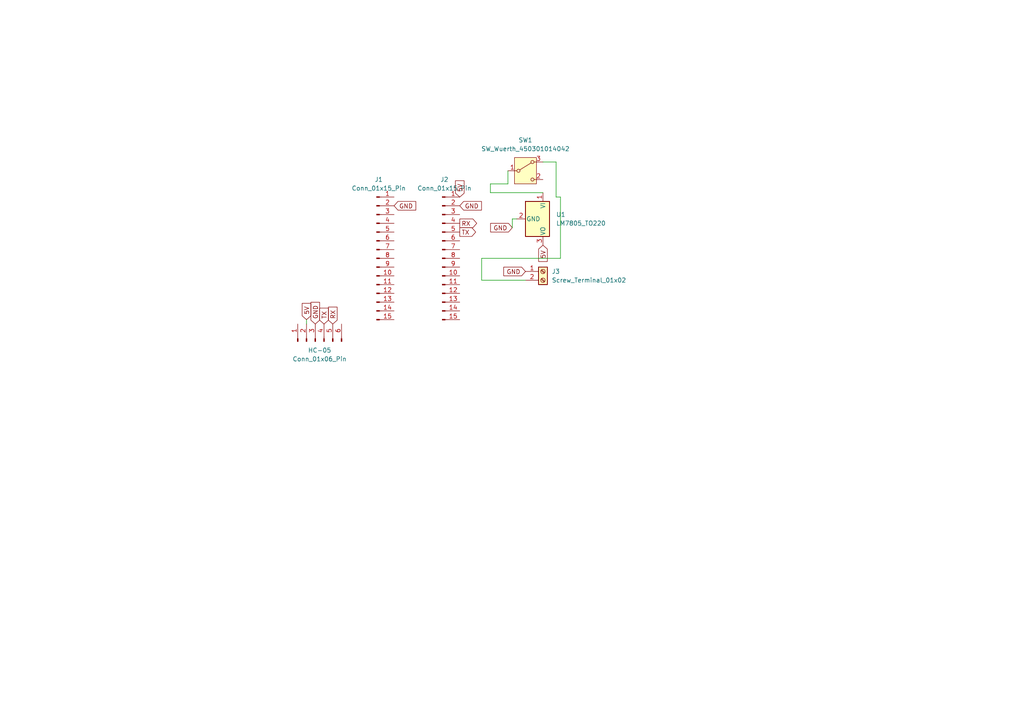
<source format=kicad_sch>
(kicad_sch (version 20230121) (generator eeschema)
  (paper "A4")
  (lib_symbols
    (symbol "Connector:Conn_01x06_Pin" (pin_names (offset 1.016) hide)
      (property "Reference" "J" (at 0 7.62 0))
      (property "Value" "Conn_01x06_Pin" (at 0 -10.16 0))
      (symbol "Conn_01x06_Pin_1_1"
        (polyline (pts (xy 1.27 -7.62) (xy 0.8636 -7.62)) (stroke (width 0.1524)))
        (polyline (pts (xy 1.27 -5.08) (xy 0.8636 -5.08)) (stroke (width 0.1524)))
        (polyline (pts (xy 1.27 -2.54) (xy 0.8636 -2.54)) (stroke (width 0.1524)))
        (polyline (pts (xy 1.27 0) (xy 0.8636 0)) (stroke (width 0.1524)))
        (polyline (pts (xy 1.27 2.54) (xy 0.8636 2.54)) (stroke (width 0.1524)))
        (polyline (pts (xy 1.27 5.08) (xy 0.8636 5.08)) (stroke (width 0.1524)))
        (rectangle (start 0.8636 -7.493) (end 0 -7.747) (stroke (width 0.1524)) (fill (type outline)))
        (rectangle (start 0.8636 -4.953) (end 0 -5.207) (stroke (width 0.1524)) (fill (type outline)))
        (rectangle (start 0.8636 -2.413) (end 0 -2.667) (stroke (width 0.1524)) (fill (type outline)))
        (rectangle (start 0.8636 0.127) (end 0 -0.127) (stroke (width 0.1524)) (fill (type outline)))
        (rectangle (start 0.8636 2.667) (end 0 2.413) (stroke (width 0.1524)) (fill (type outline)))
        (rectangle (start 0.8636 5.207) (end 0 4.953) (stroke (width 0.1524)) (fill (type outline)))
        (pin passive line (at 5.08 5.08 180) (length 3.81) (name "Pin_1") (number "1"))
        (pin passive line (at 5.08 2.54 180) (length 3.81) (name "Pin_2") (number "2"))
        (pin passive line (at 5.08 0 180) (length 3.81) (name "Pin_3") (number "3"))
        (pin passive line (at 5.08 -2.54 180) (length 3.81) (name "Pin_4") (number "4"))
        (pin passive line (at 5.08 -5.08 180) (length 3.81) (name "Pin_5") (number "5"))
        (pin passive line (at 5.08 -7.62 180) (length 3.81) (name "Pin_6") (number "6"))
      )
    )
    (symbol "Connector:Conn_01x15_Pin" (pin_names (offset 1.016) hide)
      (property "Reference" "J" (at 0 20.32 0))
      (property "Value" "Conn_01x15_Pin" (at 0 -20.32 0))
      (symbol "Conn_01x15_Pin_1_1"
        (polyline (pts (xy 1.27 -17.78) (xy 0.8636 -17.78)) (stroke (width 0.1524)))
        (polyline (pts (xy 1.27 -15.24) (xy 0.8636 -15.24)) (stroke (width 0.1524)))
        (polyline (pts (xy 1.27 -12.7) (xy 0.8636 -12.7)) (stroke (width 0.1524)))
        (polyline (pts (xy 1.27 -10.16) (xy 0.8636 -10.16)) (stroke (width 0.1524)))
        (polyline (pts (xy 1.27 -7.62) (xy 0.8636 -7.62)) (stroke (width 0.1524)))
        (polyline (pts (xy 1.27 -5.08) (xy 0.8636 -5.08)) (stroke (width 0.1524)))
        (polyline (pts (xy 1.27 -2.54) (xy 0.8636 -2.54)) (stroke (width 0.1524)))
        (polyline (pts (xy 1.27 0) (xy 0.8636 0)) (stroke (width 0.1524)))
        (polyline (pts (xy 1.27 2.54) (xy 0.8636 2.54)) (stroke (width 0.1524)))
        (polyline (pts (xy 1.27 5.08) (xy 0.8636 5.08)) (stroke (width 0.1524)))
        (polyline (pts (xy 1.27 7.62) (xy 0.8636 7.62)) (stroke (width 0.1524)))
        (polyline (pts (xy 1.27 10.16) (xy 0.8636 10.16)) (stroke (width 0.1524)))
        (polyline (pts (xy 1.27 12.7) (xy 0.8636 12.7)) (stroke (width 0.1524)))
        (polyline (pts (xy 1.27 15.24) (xy 0.8636 15.24)) (stroke (width 0.1524)))
        (polyline (pts (xy 1.27 17.78) (xy 0.8636 17.78)) (stroke (width 0.1524)))
        (rectangle (start 0.8636 -17.653) (end 0 -17.907) (stroke (width 0.1524)) (fill (type outline)))
        (rectangle (start 0.8636 -15.113) (end 0 -15.367) (stroke (width 0.1524)) (fill (type outline)))
        (rectangle (start 0.8636 -12.573) (end 0 -12.827) (stroke (width 0.1524)) (fill (type outline)))
        (rectangle (start 0.8636 -10.033) (end 0 -10.287) (stroke (width 0.1524)) (fill (type outline)))
        (rectangle (start 0.8636 -7.493) (end 0 -7.747) (stroke (width 0.1524)) (fill (type outline)))
        (rectangle (start 0.8636 -4.953) (end 0 -5.207) (stroke (width 0.1524)) (fill (type outline)))
        (rectangle (start 0.8636 -2.413) (end 0 -2.667) (stroke (width 0.1524)) (fill (type outline)))
        (rectangle (start 0.8636 0.127) (end 0 -0.127) (stroke (width 0.1524)) (fill (type outline)))
        (rectangle (start 0.8636 2.667) (end 0 2.413) (stroke (width 0.1524)) (fill (type outline)))
        (rectangle (start 0.8636 5.207) (end 0 4.953) (stroke (width 0.1524)) (fill (type outline)))
        (rectangle (start 0.8636 7.747) (end 0 7.493) (stroke (width 0.1524)) (fill (type outline)))
        (rectangle (start 0.8636 10.287) (end 0 10.033) (stroke (width 0.1524)) (fill (type outline)))
        (rectangle (start 0.8636 12.827) (end 0 12.573) (stroke (width 0.1524)) (fill (type outline)))
        (rectangle (start 0.8636 15.367) (end 0 15.113) (stroke (width 0.1524)) (fill (type outline)))
        (rectangle (start 0.8636 17.907) (end 0 17.653) (stroke (width 0.1524)) (fill (type outline)))
        (pin passive line (at 5.08 17.78 180) (length 3.81) (name "Pin_1") (number "1"))
        (pin passive line (at 5.08 -5.08 180) (length 3.81) (name "Pin_10") (number "10"))
        (pin passive line (at 5.08 -7.62 180) (length 3.81) (name "Pin_11") (number "11"))
        (pin passive line (at 5.08 -10.16 180) (length 3.81) (name "Pin_12") (number "12"))
        (pin passive line (at 5.08 -12.7 180) (length 3.81) (name "Pin_13") (number "13"))
        (pin passive line (at 5.08 -15.24 180) (length 3.81) (name "Pin_14") (number "14"))
        (pin passive line (at 5.08 -17.78 180) (length 3.81) (name "Pin_15") (number "15"))
        (pin passive line (at 5.08 15.24 180) (length 3.81) (name "Pin_2") (number "2"))
        (pin passive line (at 5.08 12.7 180) (length 3.81) (name "Pin_3") (number "3"))
        (pin passive line (at 5.08 10.16 180) (length 3.81) (name "Pin_4") (number "4"))
        (pin passive line (at 5.08 7.62 180) (length 3.81) (name "Pin_5") (number "5"))
        (pin passive line (at 5.08 5.08 180) (length 3.81) (name "Pin_6") (number "6"))
        (pin passive line (at 5.08 2.54 180) (length 3.81) (name "Pin_7") (number "7"))
        (pin passive line (at 5.08 0 180) (length 3.81) (name "Pin_8") (number "8"))
        (pin passive line (at 5.08 -2.54 180) (length 3.81) (name "Pin_9") (number "9"))
      )
    )
    (symbol "Connector:Screw_Terminal_01x02" (pin_names (offset 1.016) hide)
      (property "Reference" "J" (at 0 2.54 0))
      (property "Value" "Screw_Terminal_01x02" (at 0 -5.08 0))
      (symbol "Screw_Terminal_01x02_1_1"
        (rectangle (start -1.27 1.27) (end 1.27 -3.81) (stroke (width 0.254)) (fill (type background)))
        (circle (center 0 -2.54) (radius 0.635) (stroke (width 0.1524)))
        (polyline (pts (xy -0.5334 -2.2098) (xy 0.3302 -3.048)) (stroke (width 0.1524)))
        (polyline (pts (xy -0.5334 0.3302) (xy 0.3302 -0.508)) (stroke (width 0.1524)))
        (polyline (pts (xy -0.3556 -2.032) (xy 0.508 -2.8702)) (stroke (width 0.1524)))
        (polyline (pts (xy -0.3556 0.508) (xy 0.508 -0.3302)) (stroke (width 0.1524)))
        (circle (center 0 0) (radius 0.635) (stroke (width 0.1524)))
        (pin passive line (at -5.08 0 0) (length 3.81) (name "Pin_1") (number "1"))
        (pin passive line (at -5.08 -2.54 0) (length 3.81) (name "Pin_2") (number "2"))
      )
    )
    (symbol "Regulator_Linear:LM7805_TO220" (pin_names (offset 0.254))
      (property "Reference" "U" (at -3.81 3.175 0))
      (property "Value" "LM7805_TO220" (at 0 3.175 0))
      (symbol "LM7805_TO220_0_1"
        (rectangle (start -5.08 1.905) (end 5.08 -5.08) (stroke (width 0.254)) (fill (type background)))
      )
      (symbol "LM7805_TO220_1_1"
        (pin power_in line (at -7.62 0 0) (length 2.54) (name "VI") (number "1"))
        (pin power_in line (at 0 -7.62 90) (length 2.54) (name "GND") (number "2"))
        (pin power_out line (at 7.62 0 180) (length 2.54) (name "VO") (number "3"))
      )
    )
    (symbol "Switch:SW_Wuerth_450301014042" (pin_names (offset 1) hide)
      (property "Reference" "SW" (at 0 5.08 0))
      (property "Value" "SW_Wuerth_450301014042" (at 0 -5.08 0))
      (symbol "SW_Wuerth_450301014042_0_1"
        (circle (center -2.032 0) (radius 0.4572))
        (polyline (pts (xy -1.651 0.254) (xy 1.651 2.286)))
        (circle (center 2.032 -2.54) (radius 0.4572))
        (circle (center 2.032 2.54) (radius 0.4572))
      )
      (symbol "SW_Wuerth_450301014042_1_1"
        (rectangle (start -3.175 3.81) (end 3.175 -3.81) (fill (type background)))
        (pin passive line (at -5.08 0 0) (length 2.54) (name "B") (number "1"))
        (pin passive line (at 5.08 -2.54 180) (length 2.54) (name "C") (number "2"))
        (pin passive line (at 5.08 2.54 180) (length 2.54) (name "A") (number "3"))
      )
    )
  )
  (wire (pts (xy 142.24 55.88) (xy 142.24 53.34)))
  (wire (pts (xy 139.7 74.93) (xy 162.56 74.93)))
  (wire (pts (xy 161.29 46.99) (xy 157.48 46.99)))
  (wire (pts (xy 88.9 92.71) (xy 88.9 93.98)))
  (wire (pts (xy 147.32 49.53) (xy 147.32 53.34)))
  (wire (pts (xy 148.59 63.5) (xy 148.59 66.04)))
  (wire (pts (xy 139.7 81.28) (xy 152.4 81.28)))
  (wire (pts (xy 148.59 63.5) (xy 149.86 63.5)))
  (wire (pts (xy 161.29 46.99) (xy 161.29 57.15)))
  (wire (pts (xy 162.56 57.15) (xy 161.29 57.15)))
  (wire (pts (xy 142.24 55.88) (xy 157.48 55.88)))
  (wire (pts (xy 142.24 53.34) (xy 147.32 53.34)))
  (wire (pts (xy 162.56 57.15) (xy 162.56 74.93)))
  (wire (pts (xy 139.7 74.93) (xy 139.7 81.28)))
  (global_label "GND" (shape input) (at 133.35 59.69 0) (property "Intersheetrefs" "${INTERSHEET_REFS}" (effects hide)))
  (global_label "GND" (shape input) (at 91.44 93.98 90) (property "Intersheetrefs" "${INTERSHEET_REFS}" (effects hide)))
  (global_label "TX" (shape output) (at 133.35 67.31 0) (property "Intersheetrefs" "${INTERSHEET_REFS}" (effects hide)))
  (global_label "GND" (shape input) (at 148.59 66.04 180) (property "Intersheetrefs" "${INTERSHEET_REFS}" (effects hide)))
  (global_label "5V" (shape input) (at 88.9 92.71 90) (property "Intersheetrefs" "${INTERSHEET_REFS}" (effects hide)))
  (global_label "RX" (shape input) (at 96.52 93.98 90) (property "Intersheetrefs" "${INTERSHEET_REFS}" (effects hide)))
  (global_label "RX" (shape output) (at 133.35 64.77 0) (property "Intersheetrefs" "${INTERSHEET_REFS}" (effects hide)))
  (global_label "5V" (shape input) (at 157.48 71.12 270) (property "Intersheetrefs" "${INTERSHEET_REFS}" (effects hide)))
  (global_label "GND" (shape input) (at 152.4 78.74 180) (property "Intersheetrefs" "${INTERSHEET_REFS}" (effects hide)))
  (global_label "GND" (shape input) (at 114.3 59.69 0) (property "Intersheetrefs" "${INTERSHEET_REFS}" (effects hide)))
  (global_label "5V" (shape input) (at 133.35 57.15 90) (property "Intersheetrefs" "${INTERSHEET_REFS}" (effects hide)))
  (global_label "TX" (shape input) (at 93.98 93.98 90) (property "Intersheetrefs" "${INTERSHEET_REFS}" (effects hide)))
  (symbol (lib_id "Connector:Conn_01x15_Pin") (at 128.27 74.93 0) (unit 1)
    (property "Reference" "J2" (at 128.905 52.07 0))
    (property "Value" "Conn_01x15_Pin" (at 128.905 54.61 0))
    (property "Footprint" "Connector_PinSocket_2.54mm:PinSocket_1x15_P2.54mm_Vertical" (effects hide))
  )
  (symbol (lib_id "Regulator_Linear:LM7805_TO220") (at 157.48 63.5 270) (unit 1)
    (property "Reference" "U1" (at 161.29 62.23 90) (effects (justify left)))
    (property "Value" "LM7805_TO220" (at 161.29 64.77 90) (effects (justify left)))
    (property "Footprint" "Package_TO_SOT_THT:TO-220-3_Vertical" (effects hide))
    (property "Datasheet" "https://www.onsemi.cn/PowerSolutions/document/MC7800-D.PDF" (effects hide))
  )
  (symbol (lib_id "Switch:SW_Wuerth_450301014042") (at 152.4 49.53 0) (unit 1)
    (property "Reference" "SW1" (at 152.4 40.64 0))
    (property "Value" "SW_Wuerth_450301014042" (at 152.4 43.18 0))
    (property "Footprint" "Button_Switch_THT:SW_Slide-03_Wuerth-WS-SLTV_10x2.5x6.4_P2.54mm" (effects hide))
    (property "Datasheet" "https://www.we-online.com/components/products/datasheet/450301014042.pdf" (effects hide))
  )
  (symbol (lib_id "Connector:Conn_01x15_Pin") (at 109.22 74.93 0) (unit 1)
    (property "Reference" "J1" (at 109.855 52.07 0))
    (property "Value" "Conn_01x15_Pin" (at 109.855 54.61 0))
    (property "Footprint" "Connector_PinSocket_2.54mm:PinSocket_1x15_P2.54mm_Vertical" (effects hide))
  )
  (symbol (lib_id "Connector:Conn_01x06_Pin") (at 91.44 99.06 90) (unit 1)
    (property "Reference" "HC-05" (at 92.71 101.6 90))
    (property "Value" "Conn_01x06_Pin" (at 92.71 104.14 90))
    (property "Footprint" "Connector_PinSocket_2.54mm:PinSocket_1x06_P2.54mm_Vertical" (effects hide))
  )
  (symbol (lib_id "Connector:Screw_Terminal_01x02") (at 157.48 78.74 0) (unit 1)
    (property "Reference" "J3" (at 160.02 78.74 0) (effects (justify left)))
    (property "Value" "Screw_Terminal_01x02" (at 160.02 81.28 0) (effects (justify left)))
    (property "Footprint" "TerminalBlock:TerminalBlock_Altech_AK300-2_P5.00mm" (effects hide))
  )
)
</source>
